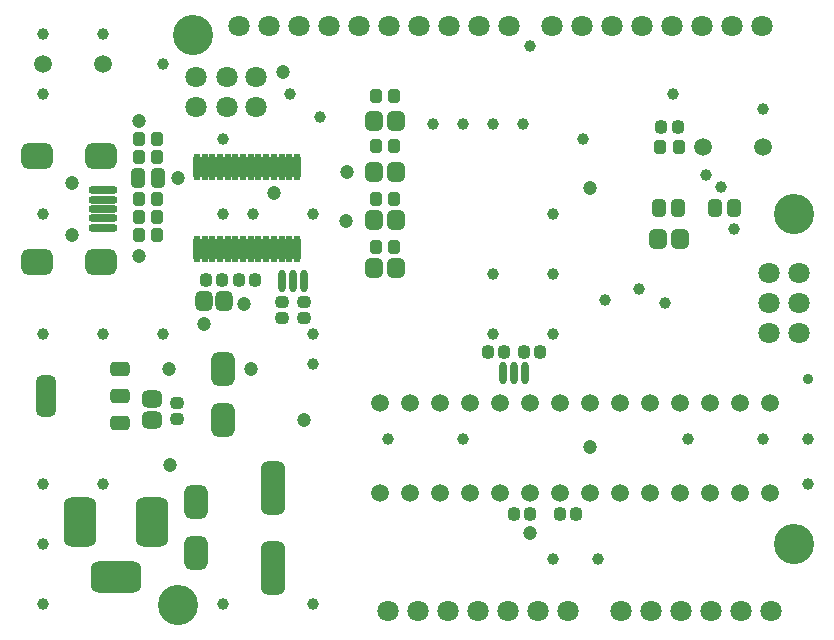
<source format=gts>
%FSTAX43Y43*%
%MOMM*%
G71*
G01*
G75*
G04 Layer_Color=3394611*
G04:AMPARAMS|DCode=10|XSize=0.9mm|YSize=0.8mm|CornerRadius=0.2mm|HoleSize=0mm|Usage=FLASHONLY|Rotation=90.000|XOffset=0mm|YOffset=0mm|HoleType=Round|Shape=RoundedRectangle|*
%AMROUNDEDRECTD10*
21,1,0.900,0.400,0,0,90.0*
21,1,0.500,0.800,0,0,90.0*
1,1,0.400,0.200,0.250*
1,1,0.400,0.200,-0.250*
1,1,0.400,-0.200,-0.250*
1,1,0.400,-0.200,0.250*
%
%ADD10ROUNDEDRECTD10*%
G04:AMPARAMS|DCode=11|XSize=4.3mm|YSize=1.9mm|CornerRadius=0.475mm|HoleSize=0mm|Usage=FLASHONLY|Rotation=270.000|XOffset=0mm|YOffset=0mm|HoleType=Round|Shape=RoundedRectangle|*
%AMROUNDEDRECTD11*
21,1,4.300,0.950,0,0,270.0*
21,1,3.350,1.900,0,0,270.0*
1,1,0.950,-0.475,-1.675*
1,1,0.950,-0.475,1.675*
1,1,0.950,0.475,1.675*
1,1,0.950,0.475,-1.675*
%
%ADD11ROUNDEDRECTD11*%
G04:AMPARAMS|DCode=12|XSize=1.5mm|YSize=1.25mm|CornerRadius=0.313mm|HoleSize=0mm|Usage=FLASHONLY|Rotation=0.000|XOffset=0mm|YOffset=0mm|HoleType=Round|Shape=RoundedRectangle|*
%AMROUNDEDRECTD12*
21,1,1.500,0.625,0,0,0.0*
21,1,0.875,1.250,0,0,0.0*
1,1,0.625,0.438,-0.313*
1,1,0.625,-0.438,-0.313*
1,1,0.625,-0.438,0.313*
1,1,0.625,0.438,0.313*
%
%ADD12ROUNDEDRECTD12*%
G04:AMPARAMS|DCode=13|XSize=0.9mm|YSize=0.8mm|CornerRadius=0.2mm|HoleSize=0mm|Usage=FLASHONLY|Rotation=180.000|XOffset=0mm|YOffset=0mm|HoleType=Round|Shape=RoundedRectangle|*
%AMROUNDEDRECTD13*
21,1,0.900,0.400,0,0,180.0*
21,1,0.500,0.800,0,0,180.0*
1,1,0.400,-0.250,0.200*
1,1,0.400,0.250,0.200*
1,1,0.400,0.250,-0.200*
1,1,0.400,-0.250,-0.200*
%
%ADD13ROUNDEDRECTD13*%
G04:AMPARAMS|DCode=14|XSize=1.5mm|YSize=1.25mm|CornerRadius=0.313mm|HoleSize=0mm|Usage=FLASHONLY|Rotation=90.000|XOffset=0mm|YOffset=0mm|HoleType=Round|Shape=RoundedRectangle|*
%AMROUNDEDRECTD14*
21,1,1.500,0.625,0,0,90.0*
21,1,0.875,1.250,0,0,90.0*
1,1,0.625,0.313,0.438*
1,1,0.625,0.313,-0.438*
1,1,0.625,-0.313,-0.438*
1,1,0.625,-0.313,0.438*
%
%ADD14ROUNDEDRECTD14*%
G04:AMPARAMS|DCode=15|XSize=2.65mm|YSize=1.75mm|CornerRadius=0.438mm|HoleSize=0mm|Usage=FLASHONLY|Rotation=90.000|XOffset=0mm|YOffset=0mm|HoleType=Round|Shape=RoundedRectangle|*
%AMROUNDEDRECTD15*
21,1,2.650,0.875,0,0,90.0*
21,1,1.775,1.750,0,0,90.0*
1,1,0.875,0.438,0.887*
1,1,0.875,0.438,-0.887*
1,1,0.875,-0.438,-0.887*
1,1,0.875,-0.438,0.887*
%
%ADD15ROUNDEDRECTD15*%
G04:AMPARAMS|DCode=16|XSize=3.28mm|YSize=1.5mm|CornerRadius=0.375mm|HoleSize=0mm|Usage=FLASHONLY|Rotation=270.000|XOffset=0mm|YOffset=0mm|HoleType=Round|Shape=RoundedRectangle|*
%AMROUNDEDRECTD16*
21,1,3.280,0.750,0,0,270.0*
21,1,2.530,1.500,0,0,270.0*
1,1,0.750,-0.375,-1.265*
1,1,0.750,-0.375,1.265*
1,1,0.750,0.375,1.265*
1,1,0.750,0.375,-1.265*
%
%ADD16ROUNDEDRECTD16*%
G04:AMPARAMS|DCode=17|XSize=1mm|YSize=1.5mm|CornerRadius=0.25mm|HoleSize=0mm|Usage=FLASHONLY|Rotation=270.000|XOffset=0mm|YOffset=0mm|HoleType=Round|Shape=RoundedRectangle|*
%AMROUNDEDRECTD17*
21,1,1.000,1.000,0,0,270.0*
21,1,0.500,1.500,0,0,270.0*
1,1,0.500,-0.500,-0.250*
1,1,0.500,-0.500,0.250*
1,1,0.500,0.500,0.250*
1,1,0.500,0.500,-0.250*
%
%ADD17ROUNDEDRECTD17*%
G04:AMPARAMS|DCode=18|XSize=1.3mm|YSize=1mm|CornerRadius=0.25mm|HoleSize=0mm|Usage=FLASHONLY|Rotation=270.000|XOffset=0mm|YOffset=0mm|HoleType=Round|Shape=RoundedRectangle|*
%AMROUNDEDRECTD18*
21,1,1.300,0.500,0,0,270.0*
21,1,0.800,1.000,0,0,270.0*
1,1,0.500,-0.250,-0.400*
1,1,0.500,-0.250,0.400*
1,1,0.500,0.250,0.400*
1,1,0.500,0.250,-0.400*
%
%ADD18ROUNDEDRECTD18*%
G04:AMPARAMS|DCode=19|XSize=1.5mm|YSize=1.3mm|CornerRadius=0.325mm|HoleSize=0mm|Usage=FLASHONLY|Rotation=90.000|XOffset=0mm|YOffset=0mm|HoleType=Round|Shape=RoundedRectangle|*
%AMROUNDEDRECTD19*
21,1,1.500,0.650,0,0,90.0*
21,1,0.850,1.300,0,0,90.0*
1,1,0.650,0.325,0.425*
1,1,0.650,0.325,-0.425*
1,1,0.650,-0.325,-0.425*
1,1,0.650,-0.325,0.425*
%
%ADD19ROUNDEDRECTD19*%
G04:AMPARAMS|DCode=20|XSize=0.8mm|YSize=1mm|CornerRadius=0.2mm|HoleSize=0mm|Usage=FLASHONLY|Rotation=180.000|XOffset=0mm|YOffset=0mm|HoleType=Round|Shape=RoundedRectangle|*
%AMROUNDEDRECTD20*
21,1,0.800,0.600,0,0,180.0*
21,1,0.400,1.000,0,0,180.0*
1,1,0.400,-0.200,0.300*
1,1,0.400,0.200,0.300*
1,1,0.400,0.200,-0.300*
1,1,0.400,-0.200,-0.300*
%
%ADD20ROUNDEDRECTD20*%
%ADD21O,0.400X2.100*%
G04:AMPARAMS|DCode=22|XSize=1.6mm|YSize=0.4mm|CornerRadius=0.1mm|HoleSize=0mm|Usage=FLASHONLY|Rotation=270.000|XOffset=0mm|YOffset=0mm|HoleType=Round|Shape=RoundedRectangle|*
%AMROUNDEDRECTD22*
21,1,1.600,0.200,0,0,270.0*
21,1,1.400,0.400,0,0,270.0*
1,1,0.200,-0.100,-0.700*
1,1,0.200,-0.100,0.700*
1,1,0.200,0.100,0.700*
1,1,0.200,0.100,-0.700*
%
%ADD22ROUNDEDRECTD22*%
G04:AMPARAMS|DCode=23|XSize=2.5mm|YSize=2mm|CornerRadius=0.5mm|HoleSize=0mm|Usage=FLASHONLY|Rotation=180.000|XOffset=0mm|YOffset=0mm|HoleType=Round|Shape=RoundedRectangle|*
%AMROUNDEDRECTD23*
21,1,2.500,1.000,0,0,180.0*
21,1,1.500,2.000,0,0,180.0*
1,1,1.000,-0.750,0.500*
1,1,1.000,0.750,0.500*
1,1,1.000,0.750,-0.500*
1,1,1.000,-0.750,-0.500*
%
%ADD23ROUNDEDRECTD23*%
%ADD24O,2.250X0.500*%
G04:AMPARAMS|DCode=25|XSize=1.5mm|YSize=1mm|CornerRadius=0.25mm|HoleSize=0mm|Usage=FLASHONLY|Rotation=90.000|XOffset=0mm|YOffset=0mm|HoleType=Round|Shape=RoundedRectangle|*
%AMROUNDEDRECTD25*
21,1,1.500,0.500,0,0,90.0*
21,1,1.000,1.000,0,0,90.0*
1,1,0.500,0.250,0.500*
1,1,0.500,0.250,-0.500*
1,1,0.500,-0.250,-0.500*
1,1,0.500,-0.250,0.500*
%
%ADD25ROUNDEDRECTD25*%
%ADD26C,0.300*%
%ADD27C,0.400*%
%ADD28C,0.500*%
%ADD29C,1.000*%
%ADD30C,1.500*%
%ADD31C,0.800*%
%ADD32C,0.700*%
%ADD33C,1.000*%
%ADD34C,1.300*%
%ADD35C,1.600*%
G04:AMPARAMS|DCode=36|XSize=2.54mm|YSize=4.064mm|CornerRadius=0.635mm|HoleSize=0mm|Usage=FLASHONLY|Rotation=0.000|XOffset=0mm|YOffset=0mm|HoleType=Round|Shape=RoundedRectangle|*
%AMROUNDEDRECTD36*
21,1,2.540,2.794,0,0,0.0*
21,1,1.270,4.064,0,0,0.0*
1,1,1.270,0.635,-1.397*
1,1,1.270,-0.635,-1.397*
1,1,1.270,-0.635,1.397*
1,1,1.270,0.635,1.397*
%
%ADD36ROUNDEDRECTD36*%
G04:AMPARAMS|DCode=37|XSize=4.064mm|YSize=2.54mm|CornerRadius=0.635mm|HoleSize=0mm|Usage=FLASHONLY|Rotation=0.000|XOffset=0mm|YOffset=0mm|HoleType=Round|Shape=RoundedRectangle|*
%AMROUNDEDRECTD37*
21,1,4.064,1.270,0,0,0.0*
21,1,2.794,2.540,0,0,0.0*
1,1,1.270,1.397,-0.635*
1,1,1.270,-1.397,-0.635*
1,1,1.270,-1.397,0.635*
1,1,1.270,1.397,0.635*
%
%ADD37ROUNDEDRECTD37*%
%ADD38C,0.700*%
%ADD39C,0.800*%
%ADD40C,3.200*%
%ADD41C,0.200*%
%ADD42C,0.250*%
%ADD43C,0.013*%
%ADD44C,0.006*%
G04:AMPARAMS|DCode=45|XSize=1.103mm|YSize=1.003mm|CornerRadius=0.302mm|HoleSize=0mm|Usage=FLASHONLY|Rotation=90.000|XOffset=0mm|YOffset=0mm|HoleType=Round|Shape=RoundedRectangle|*
%AMROUNDEDRECTD45*
21,1,1.103,0.400,0,0,90.0*
21,1,0.500,1.003,0,0,90.0*
1,1,0.603,0.200,0.250*
1,1,0.603,0.200,-0.250*
1,1,0.603,-0.200,-0.250*
1,1,0.603,-0.200,0.250*
%
%ADD45ROUNDEDRECTD45*%
G04:AMPARAMS|DCode=46|XSize=4.5mm|YSize=2.1mm|CornerRadius=0.575mm|HoleSize=0mm|Usage=FLASHONLY|Rotation=270.000|XOffset=0mm|YOffset=0mm|HoleType=Round|Shape=RoundedRectangle|*
%AMROUNDEDRECTD46*
21,1,4.500,0.950,0,0,270.0*
21,1,3.350,2.100,0,0,270.0*
1,1,1.150,-0.475,-1.675*
1,1,1.150,-0.475,1.675*
1,1,1.150,0.475,1.675*
1,1,1.150,0.475,-1.675*
%
%ADD46ROUNDEDRECTD46*%
G04:AMPARAMS|DCode=47|XSize=1.703mm|YSize=1.453mm|CornerRadius=0.414mm|HoleSize=0mm|Usage=FLASHONLY|Rotation=0.000|XOffset=0mm|YOffset=0mm|HoleType=Round|Shape=RoundedRectangle|*
%AMROUNDEDRECTD47*
21,1,1.703,0.625,0,0,0.0*
21,1,0.875,1.453,0,0,0.0*
1,1,0.828,0.438,-0.313*
1,1,0.828,-0.438,-0.313*
1,1,0.828,-0.438,0.313*
1,1,0.828,0.438,0.313*
%
%ADD47ROUNDEDRECTD47*%
G04:AMPARAMS|DCode=48|XSize=1.103mm|YSize=1.003mm|CornerRadius=0.302mm|HoleSize=0mm|Usage=FLASHONLY|Rotation=180.000|XOffset=0mm|YOffset=0mm|HoleType=Round|Shape=RoundedRectangle|*
%AMROUNDEDRECTD48*
21,1,1.103,0.400,0,0,180.0*
21,1,0.500,1.003,0,0,180.0*
1,1,0.603,-0.250,0.200*
1,1,0.603,0.250,0.200*
1,1,0.603,0.250,-0.200*
1,1,0.603,-0.250,-0.200*
%
%ADD48ROUNDEDRECTD48*%
G04:AMPARAMS|DCode=49|XSize=1.703mm|YSize=1.453mm|CornerRadius=0.414mm|HoleSize=0mm|Usage=FLASHONLY|Rotation=90.000|XOffset=0mm|YOffset=0mm|HoleType=Round|Shape=RoundedRectangle|*
%AMROUNDEDRECTD49*
21,1,1.703,0.625,0,0,90.0*
21,1,0.875,1.453,0,0,90.0*
1,1,0.828,0.313,0.438*
1,1,0.828,0.313,-0.438*
1,1,0.828,-0.313,-0.438*
1,1,0.828,-0.313,0.438*
%
%ADD49ROUNDEDRECTD49*%
G04:AMPARAMS|DCode=50|XSize=2.853mm|YSize=1.953mm|CornerRadius=0.539mm|HoleSize=0mm|Usage=FLASHONLY|Rotation=90.000|XOffset=0mm|YOffset=0mm|HoleType=Round|Shape=RoundedRectangle|*
%AMROUNDEDRECTD50*
21,1,2.853,0.875,0,0,90.0*
21,1,1.775,1.953,0,0,90.0*
1,1,1.078,0.438,0.887*
1,1,1.078,0.438,-0.887*
1,1,1.078,-0.438,-0.887*
1,1,1.078,-0.438,0.887*
%
%ADD50ROUNDEDRECTD50*%
G04:AMPARAMS|DCode=51|XSize=3.483mm|YSize=1.703mm|CornerRadius=0.477mm|HoleSize=0mm|Usage=FLASHONLY|Rotation=270.000|XOffset=0mm|YOffset=0mm|HoleType=Round|Shape=RoundedRectangle|*
%AMROUNDEDRECTD51*
21,1,3.483,0.750,0,0,270.0*
21,1,2.530,1.703,0,0,270.0*
1,1,0.953,-0.375,-1.265*
1,1,0.953,-0.375,1.265*
1,1,0.953,0.375,1.265*
1,1,0.953,0.375,-1.265*
%
%ADD51ROUNDEDRECTD51*%
G04:AMPARAMS|DCode=52|XSize=1.203mm|YSize=1.703mm|CornerRadius=0.352mm|HoleSize=0mm|Usage=FLASHONLY|Rotation=270.000|XOffset=0mm|YOffset=0mm|HoleType=Round|Shape=RoundedRectangle|*
%AMROUNDEDRECTD52*
21,1,1.203,1.000,0,0,270.0*
21,1,0.500,1.703,0,0,270.0*
1,1,0.703,-0.500,-0.250*
1,1,0.703,-0.500,0.250*
1,1,0.703,0.500,0.250*
1,1,0.703,0.500,-0.250*
%
%ADD52ROUNDEDRECTD52*%
G04:AMPARAMS|DCode=53|XSize=1.503mm|YSize=1.203mm|CornerRadius=0.352mm|HoleSize=0mm|Usage=FLASHONLY|Rotation=270.000|XOffset=0mm|YOffset=0mm|HoleType=Round|Shape=RoundedRectangle|*
%AMROUNDEDRECTD53*
21,1,1.503,0.500,0,0,270.0*
21,1,0.800,1.203,0,0,270.0*
1,1,0.703,-0.250,-0.400*
1,1,0.703,-0.250,0.400*
1,1,0.703,0.250,0.400*
1,1,0.703,0.250,-0.400*
%
%ADD53ROUNDEDRECTD53*%
G04:AMPARAMS|DCode=54|XSize=1.703mm|YSize=1.503mm|CornerRadius=0.427mm|HoleSize=0mm|Usage=FLASHONLY|Rotation=90.000|XOffset=0mm|YOffset=0mm|HoleType=Round|Shape=RoundedRectangle|*
%AMROUNDEDRECTD54*
21,1,1.703,0.650,0,0,90.0*
21,1,0.850,1.503,0,0,90.0*
1,1,0.853,0.325,0.425*
1,1,0.853,0.325,-0.425*
1,1,0.853,-0.325,-0.425*
1,1,0.853,-0.325,0.425*
%
%ADD54ROUNDEDRECTD54*%
G04:AMPARAMS|DCode=55|XSize=1mm|YSize=1.2mm|CornerRadius=0.3mm|HoleSize=0mm|Usage=FLASHONLY|Rotation=180.000|XOffset=0mm|YOffset=0mm|HoleType=Round|Shape=RoundedRectangle|*
%AMROUNDEDRECTD55*
21,1,1.000,0.600,0,0,180.0*
21,1,0.400,1.200,0,0,180.0*
1,1,0.600,-0.200,0.300*
1,1,0.600,0.200,0.300*
1,1,0.600,0.200,-0.300*
1,1,0.600,-0.200,-0.300*
%
%ADD55ROUNDEDRECTD55*%
%ADD56O,0.603X2.303*%
G04:AMPARAMS|DCode=57|XSize=1.803mm|YSize=0.603mm|CornerRadius=0.202mm|HoleSize=0mm|Usage=FLASHONLY|Rotation=270.000|XOffset=0mm|YOffset=0mm|HoleType=Round|Shape=RoundedRectangle|*
%AMROUNDEDRECTD57*
21,1,1.803,0.200,0,0,270.0*
21,1,1.400,0.603,0,0,270.0*
1,1,0.403,-0.100,-0.700*
1,1,0.403,-0.100,0.700*
1,1,0.403,0.100,0.700*
1,1,0.403,0.100,-0.700*
%
%ADD57ROUNDEDRECTD57*%
G04:AMPARAMS|DCode=58|XSize=2.703mm|YSize=2.203mm|CornerRadius=0.602mm|HoleSize=0mm|Usage=FLASHONLY|Rotation=180.000|XOffset=0mm|YOffset=0mm|HoleType=Round|Shape=RoundedRectangle|*
%AMROUNDEDRECTD58*
21,1,2.703,1.000,0,0,180.0*
21,1,1.500,2.203,0,0,180.0*
1,1,1.203,-0.750,0.500*
1,1,1.203,0.750,0.500*
1,1,1.203,0.750,-0.500*
1,1,1.203,-0.750,-0.500*
%
%ADD58ROUNDEDRECTD58*%
%ADD59O,2.453X0.703*%
G04:AMPARAMS|DCode=60|XSize=1.703mm|YSize=1.203mm|CornerRadius=0.352mm|HoleSize=0mm|Usage=FLASHONLY|Rotation=90.000|XOffset=0mm|YOffset=0mm|HoleType=Round|Shape=RoundedRectangle|*
%AMROUNDEDRECTD60*
21,1,1.703,0.500,0,0,90.0*
21,1,1.000,1.203,0,0,90.0*
1,1,0.703,0.250,0.500*
1,1,0.703,0.250,-0.500*
1,1,0.703,-0.250,-0.500*
1,1,0.703,-0.250,0.500*
%
%ADD60ROUNDEDRECTD60*%
%ADD61C,1.203*%
%ADD62C,1.503*%
%ADD63C,1.800*%
G04:AMPARAMS|DCode=64|XSize=2.743mm|YSize=4.267mm|CornerRadius=0.737mm|HoleSize=0mm|Usage=FLASHONLY|Rotation=0.000|XOffset=0mm|YOffset=0mm|HoleType=Round|Shape=RoundedRectangle|*
%AMROUNDEDRECTD64*
21,1,2.743,2.794,0,0,0.0*
21,1,1.270,4.267,0,0,0.0*
1,1,1.473,0.635,-1.397*
1,1,1.473,-0.635,-1.397*
1,1,1.473,-0.635,1.397*
1,1,1.473,0.635,1.397*
%
%ADD64ROUNDEDRECTD64*%
G04:AMPARAMS|DCode=65|XSize=4.267mm|YSize=2.743mm|CornerRadius=0.737mm|HoleSize=0mm|Usage=FLASHONLY|Rotation=0.000|XOffset=0mm|YOffset=0mm|HoleType=Round|Shape=RoundedRectangle|*
%AMROUNDEDRECTD65*
21,1,4.267,1.270,0,0,0.0*
21,1,2.794,2.743,0,0,0.0*
1,1,1.473,1.397,-0.635*
1,1,1.473,-1.397,-0.635*
1,1,1.473,-1.397,0.635*
1,1,1.473,1.397,0.635*
%
%ADD65ROUNDEDRECTD65*%
%ADD66C,1.200*%
%ADD67C,0.903*%
%ADD68C,1.003*%
%ADD69C,3.403*%
D45*
X00805Y00483D02*
D03*
X00819D02*
D03*
X00858Y00483D02*
D03*
X00844D02*
D03*
X0082742Y0061976D02*
D03*
X0081342D02*
D03*
X0078294Y0061976D02*
D03*
X0079694D02*
D03*
X0057212Y0068072D02*
D03*
X0058612D02*
D03*
X0054418Y0068072D02*
D03*
X0055818D02*
D03*
X0094376Y0081026D02*
D03*
X0092976D02*
D03*
D46*
X00601Y00437D02*
D03*
Y00505D02*
D03*
D47*
X00499Y0057975D02*
D03*
Y0056225D02*
D03*
D48*
X0052Y00563D02*
D03*
Y00577D02*
D03*
X0062738Y0064832D02*
D03*
Y0066232D02*
D03*
X0060838D02*
D03*
Y0064832D02*
D03*
D49*
X0054243Y0066294D02*
D03*
X0055993D02*
D03*
D50*
X00536Y004495D02*
D03*
Y004925D02*
D03*
X005588Y005627D02*
D03*
Y006057D02*
D03*
D51*
X00409Y0058255D02*
D03*
D52*
X00472Y0060555D02*
D03*
Y0058255D02*
D03*
Y0055955D02*
D03*
D53*
X009757Y0074184D02*
D03*
X009917D02*
D03*
X0094439D02*
D03*
X009284D02*
D03*
D54*
X0092689Y0071584D02*
D03*
X009459D02*
D03*
X006865Y008156D02*
D03*
X007055D02*
D03*
Y00772D02*
D03*
X006865D02*
D03*
X0068646Y0073152D02*
D03*
X0070546D02*
D03*
Y0069088D02*
D03*
X0068646D02*
D03*
D55*
X0092863Y0079375D02*
D03*
X0094463D02*
D03*
X00688Y00794D02*
D03*
X00704D02*
D03*
X00688Y00837D02*
D03*
X00704D02*
D03*
X005033Y008001D02*
D03*
X004873D02*
D03*
X005033Y0078486D02*
D03*
X004873D02*
D03*
X004873Y007493D02*
D03*
X005033D02*
D03*
X005033Y0071882D02*
D03*
X004873D02*
D03*
X004873Y0073406D02*
D03*
X005033D02*
D03*
X0068796Y0070866D02*
D03*
X0070396D02*
D03*
X0068796Y007493D02*
D03*
X0070396D02*
D03*
D56*
X0062137Y0077618D02*
D03*
X0061487D02*
D03*
X0060837D02*
D03*
X0060187D02*
D03*
X0059537D02*
D03*
X0058887D02*
D03*
X0058237D02*
D03*
X0057587D02*
D03*
X0056937D02*
D03*
X0056287D02*
D03*
X0055637D02*
D03*
X0054987D02*
D03*
X0054337D02*
D03*
X0053687D02*
D03*
X0062137Y0070718D02*
D03*
X0061487D02*
D03*
X0060837D02*
D03*
X0060187D02*
D03*
X0059537D02*
D03*
X0058887D02*
D03*
X0058237D02*
D03*
X0057587D02*
D03*
X0056937D02*
D03*
X0056287D02*
D03*
X0055637D02*
D03*
X0054987D02*
D03*
X0054337D02*
D03*
X0053687D02*
D03*
D57*
X0081468Y0060198D02*
D03*
X0080518D02*
D03*
X0079568D02*
D03*
X006085Y0068D02*
D03*
X00618D02*
D03*
X006275D02*
D03*
D58*
X0040125Y007855D02*
D03*
X0045575D02*
D03*
X0040125Y006965D02*
D03*
X0045575D02*
D03*
D59*
X00457Y00757D02*
D03*
Y00749D02*
D03*
Y00741D02*
D03*
Y00733D02*
D03*
Y00725D02*
D03*
D60*
X0048655Y0076708D02*
D03*
X0050405D02*
D03*
D61*
X00663Y00731D02*
D03*
X00664Y00772D02*
D03*
X008696Y0053975D02*
D03*
X0051347Y0060555D02*
D03*
X0051435Y0052388D02*
D03*
X006096Y0085725D02*
D03*
X0081915Y0046673D02*
D03*
X008696Y0075882D02*
D03*
X0057658Y006604D02*
D03*
X0062738Y005627D02*
D03*
X0054243Y0064375D02*
D03*
X005207Y0076708D02*
D03*
X004873Y0081534D02*
D03*
Y0070142D02*
D03*
X0058284Y006057D02*
D03*
X0060198Y0075438D02*
D03*
D62*
X009652Y0079375D02*
D03*
X01016D02*
D03*
X006918Y005008D02*
D03*
X007172D02*
D03*
X007426D02*
D03*
X00768D02*
D03*
X007934D02*
D03*
X008188D02*
D03*
X008442D02*
D03*
X008696D02*
D03*
X00895D02*
D03*
X009204D02*
D03*
X009458D02*
D03*
X009712D02*
D03*
X009966D02*
D03*
X01022D02*
D03*
Y00577D02*
D03*
X006918D02*
D03*
X007172D02*
D03*
X007426D02*
D03*
X00768D02*
D03*
X007934D02*
D03*
X008188D02*
D03*
X008442D02*
D03*
X008696D02*
D03*
X00895D02*
D03*
X009204D02*
D03*
X009458D02*
D03*
X009712D02*
D03*
X009966D02*
D03*
X004572Y008636D02*
D03*
X004064D02*
D03*
D63*
X00536Y008273D02*
D03*
Y008527D02*
D03*
X00587Y008273D02*
D03*
Y008527D02*
D03*
X00562Y008273D02*
D03*
Y008527D02*
D03*
X010465Y00661D02*
D03*
Y006864D02*
D03*
Y006356D02*
D03*
X010215D02*
D03*
Y006864D02*
D03*
Y00661D02*
D03*
X008372Y00896D02*
D03*
X008626D02*
D03*
X00888D02*
D03*
X009134D02*
D03*
X009388D02*
D03*
X009642D02*
D03*
X009896D02*
D03*
X01015D02*
D03*
X005728D02*
D03*
X005982D02*
D03*
X006236D02*
D03*
X00649D02*
D03*
X006744D02*
D03*
X006998D02*
D03*
X007252D02*
D03*
X007506D02*
D03*
X00776D02*
D03*
X008014D02*
D03*
X008512Y00401D02*
D03*
X008258D02*
D03*
X008004D02*
D03*
X00775D02*
D03*
X007496D02*
D03*
X007242D02*
D03*
X006988D02*
D03*
X010225D02*
D03*
X009971D02*
D03*
X009717D02*
D03*
X009463D02*
D03*
X009209D02*
D03*
X008955D02*
D03*
D64*
X0049847Y0047625D02*
D03*
X0043798D02*
D03*
D65*
X0046847Y0042925D02*
D03*
D66*
X004313Y00763D02*
D03*
Y00719D02*
D03*
D67*
X010541Y005969D02*
D03*
D68*
X0091122Y006731D02*
D03*
X0093345Y00661D02*
D03*
X0061595Y008382D02*
D03*
X0088265Y0066357D02*
D03*
X009917Y007239D02*
D03*
X0098044Y0075946D02*
D03*
X0096774Y0076962D02*
D03*
X004064Y004064D02*
D03*
Y004572D02*
D03*
Y00508D02*
D03*
Y00635D02*
D03*
X004572D02*
D03*
X00508D02*
D03*
X004064Y008382D02*
D03*
Y00889D02*
D03*
X004572D02*
D03*
X00508Y008636D02*
D03*
X005588Y008001D02*
D03*
Y007366D02*
D03*
X005842D02*
D03*
X00635D02*
D03*
Y00635D02*
D03*
Y006096D02*
D03*
X004572Y00508D02*
D03*
X005588Y004064D02*
D03*
X00635D02*
D03*
X006985Y005461D02*
D03*
X00762D02*
D03*
X009525D02*
D03*
X007874Y00635D02*
D03*
X008382D02*
D03*
Y004445D02*
D03*
X008763D02*
D03*
X008382Y006858D02*
D03*
X007874D02*
D03*
X008382Y007366D02*
D03*
X007366Y008128D02*
D03*
X00762D02*
D03*
X007874D02*
D03*
X008128D02*
D03*
X008636Y008001D02*
D03*
X009398Y008382D02*
D03*
X01016Y008255D02*
D03*
Y005461D02*
D03*
X010541D02*
D03*
Y00508D02*
D03*
X0081915Y0087884D02*
D03*
X0064135Y0081915D02*
D03*
X004064Y007366D02*
D03*
D69*
X005334Y00888D02*
D03*
X01042Y004572D02*
D03*
Y007366D02*
D03*
X00521Y00406D02*
D03*
M02*

</source>
